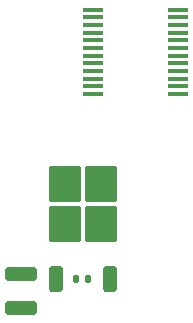
<source format=gbr>
%TF.GenerationSoftware,KiCad,Pcbnew,7.0.11*%
%TF.CreationDate,2025-03-06T22:37:58+09:00*%
%TF.ProjectId,Line_V2,4c696e65-5f56-4322-9e6b-696361645f70,rev?*%
%TF.SameCoordinates,Original*%
%TF.FileFunction,Paste,Top*%
%TF.FilePolarity,Positive*%
%FSLAX46Y46*%
G04 Gerber Fmt 4.6, Leading zero omitted, Abs format (unit mm)*
G04 Created by KiCad (PCBNEW 7.0.11) date 2025-03-06 22:37:58*
%MOMM*%
%LPD*%
G01*
G04 APERTURE LIST*
G04 Aperture macros list*
%AMRoundRect*
0 Rectangle with rounded corners*
0 $1 Rounding radius*
0 $2 $3 $4 $5 $6 $7 $8 $9 X,Y pos of 4 corners*
0 Add a 4 corners polygon primitive as box body*
4,1,4,$2,$3,$4,$5,$6,$7,$8,$9,$2,$3,0*
0 Add four circle primitives for the rounded corners*
1,1,$1+$1,$2,$3*
1,1,$1+$1,$4,$5*
1,1,$1+$1,$6,$7*
1,1,$1+$1,$8,$9*
0 Add four rect primitives between the rounded corners*
20,1,$1+$1,$2,$3,$4,$5,0*
20,1,$1+$1,$4,$5,$6,$7,0*
20,1,$1+$1,$6,$7,$8,$9,0*
20,1,$1+$1,$8,$9,$2,$3,0*%
G04 Aperture macros list end*
%ADD10RoundRect,0.140000X-0.140000X-0.170000X0.140000X-0.170000X0.140000X0.170000X-0.140000X0.170000X0*%
%ADD11RoundRect,0.250000X1.100000X-0.325000X1.100000X0.325000X-1.100000X0.325000X-1.100000X-0.325000X0*%
%ADD12R,1.750000X0.450000*%
%ADD13RoundRect,0.250000X1.125000X-1.275000X1.125000X1.275000X-1.125000X1.275000X-1.125000X-1.275000X0*%
%ADD14RoundRect,0.250000X0.350000X-0.850000X0.350000X0.850000X-0.350000X0.850000X-0.350000X-0.850000X0*%
G04 APERTURE END LIST*
D10*
%TO.C,C2*%
X137970000Y-110750000D03*
X138930000Y-110750000D03*
%TD*%
D11*
%TO.C,C1*%
X133250000Y-113225000D03*
X133250000Y-110275000D03*
%TD*%
D12*
%TO.C,U1*%
X146600000Y-95075000D03*
X146600000Y-94425000D03*
X146600000Y-93775000D03*
X146600000Y-93125000D03*
X146600000Y-92475000D03*
X146600000Y-91825000D03*
X146600000Y-91175000D03*
X146600000Y-90525000D03*
X146600000Y-89875000D03*
X146600000Y-89225000D03*
X146600000Y-88575000D03*
X146600000Y-87925000D03*
X139400000Y-87925000D03*
X139400000Y-88575000D03*
X139400000Y-89225000D03*
X139400000Y-89875000D03*
X139400000Y-90525000D03*
X139400000Y-91175000D03*
X139400000Y-91825000D03*
X139400000Y-92475000D03*
X139400000Y-93125000D03*
X139400000Y-93775000D03*
X139400000Y-94425000D03*
X139400000Y-95075000D03*
%TD*%
D13*
%TO.C,U3*%
X136977500Y-106075000D03*
X140027500Y-106075000D03*
X136977500Y-102725000D03*
X140027500Y-102725000D03*
D14*
X140782500Y-110700000D03*
X136222500Y-110700000D03*
%TD*%
M02*

</source>
